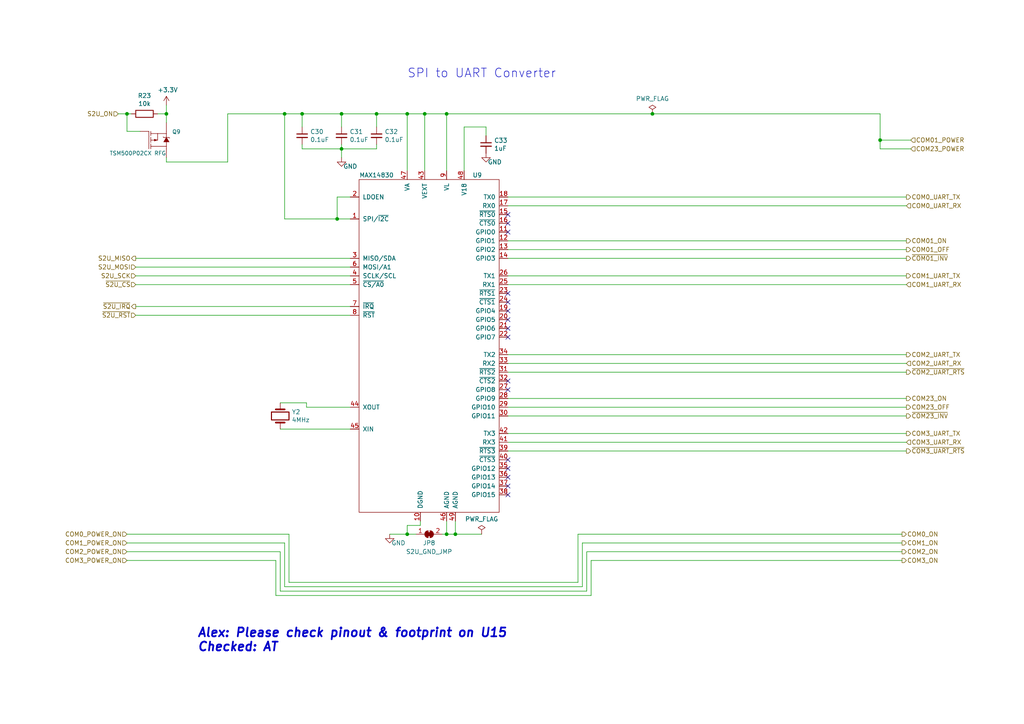
<source format=kicad_sch>
(kicad_sch (version 20230121) (generator eeschema)
  (paper "A4")
  (title_block (title "LCP Controller ") (date "2024-07-22") (rev "0.4") (company "NOAA Pacific Marine Environmental Laboratory") (comment 1 "https://github.com/PaulZC/Artemis_Global_Tracker") (comment 2 "Based on Paul Clark's Sparkfun Artemis Global Tracker") (comment 3 "Current Design Updated by: Joseph Kurina") (comment 4 "Current design by: Matt Casari") (comment 5 "Current design modified by: Basharat Martin") (comment 6 "Current Design Updated by: Joseph Kurina"))
  (lib_symbols
    (symbol "Device:C_Small" (pin_numbers hide) (pin_names (offset 0.254) hide)
      (property "Reference" "C" (at 0.254 1.778 0))
      (property "Value" "C_Small" (at 0.254 -2.032 0))
      (symbol "C_Small_0_1"
        (polyline (pts (xy -1.524 -0.508) (xy 1.524 -0.508)) (stroke (width 0.3302)))
        (polyline (pts (xy -1.524 0.508) (xy 1.524 0.508)) (stroke (width 0.3048)))
      )
      (symbol "C_Small_1_1"
        (pin passive line (at 0 2.54 270) (length 2.032) (name "~") (number "1"))
        (pin passive line (at 0 -2.54 90) (length 2.032) (name "~") (number "2"))
      )
    )
    (symbol "Device:Crystal" (pin_numbers hide) (pin_names (offset 1.016) hide)
      (property "Reference" "Y" (at 0 3.81 0))
      (property "Value" "Crystal" (at 0 -3.81 0))
      (symbol "Crystal_0_1"
        (rectangle (start -1.143 2.54) (end 1.143 -2.54) (stroke (width 0.3048)))
        (polyline (pts (xy -2.54 0) (xy -1.905 0)))
        (polyline (pts (xy -1.905 -1.27) (xy -1.905 1.27)) (stroke (width 0.508)))
        (polyline (pts (xy 1.905 -1.27) (xy 1.905 1.27)) (stroke (width 0.508)))
        (polyline (pts (xy 2.54 0) (xy 1.905 0)))
      )
      (symbol "Crystal_1_1"
        (pin passive line (at -3.81 0 0) (length 1.27) (name "1") (number "1"))
        (pin passive line (at 3.81 0 180) (length 1.27) (name "2") (number "2"))
      )
    )
    (symbol "Device:R" (pin_numbers hide) (pin_names (offset 0))
      (property "Reference" "R" (at 2.032 0 90))
      (property "Value" "R" (at 0 0 90))
      (symbol "R_0_1"
        (rectangle (start -1.016 -2.54) (end 1.016 2.54) (stroke (width 0.254)))
      )
      (symbol "R_1_1"
        (pin passive line (at 0 3.81 270) (length 1.27) (name "~") (number "1"))
        (pin passive line (at 0 -3.81 90) (length 1.27) (name "~") (number "2"))
      )
    )
    (symbol "Jumper:SolderJumper_2_Bridged" (pin_names (offset 0) hide)
      (property "Reference" "JP" (at 0 2.032 0))
      (property "Value" "SolderJumper_2_Bridged" (at 0 -2.54 0))
      (symbol "SolderJumper_2_Bridged_0_1"
        (rectangle (start -0.508 0.508) (end 0.508 -0.508) (fill (type outline)))
        (arc (start -0.254 1.016) (mid -1.2656 0) (end -0.254 -1.016))
        (arc (start -0.254 1.016) (mid -1.2656 0) (end -0.254 -1.016) (fill (type outline)))
        (polyline (pts (xy -0.254 1.016) (xy -0.254 -1.016)))
        (polyline (pts (xy 0.254 1.016) (xy 0.254 -1.016)))
        (arc (start 0.254 -1.016) (mid 1.2656 0) (end 0.254 1.016))
        (arc (start 0.254 -1.016) (mid 1.2656 0) (end 0.254 1.016) (fill (type outline)))
      )
      (symbol "SolderJumper_2_Bridged_1_1"
        (pin passive line (at -3.81 0 0) (length 2.54) (name "A") (number "1"))
        (pin passive line (at 3.81 0 180) (length 2.54) (name "B") (number "2"))
      )
    )
    (symbol "PMEL_DriverICs:MAX14830" (pin_names (offset 1.016))
      (property "Reference" "U" (at 15.24 49.53 0))
      (property "Value" "MAX14830" (at -15.24 49.53 0))
      (symbol "MAX14830_0_0"
        (pin input line (at -22.86 36.83 0) (length 2.54) (name "SPI/~{I2C}") (number "1"))
        (pin power_in line (at -2.54 -50.8 90) (length 2.54) (name "DGND") (number "10"))
        (pin bidirectional line (at 22.86 33.02 180) (length 2.54) (name "GPIO0") (number "11"))
        (pin bidirectional line (at 22.86 30.48 180) (length 2.54) (name "GPIO1") (number "12"))
        (pin bidirectional line (at 22.86 27.94 180) (length 2.54) (name "GPIO2") (number "13"))
        (pin bidirectional line (at 22.86 25.4 180) (length 2.54) (name "GPIO3") (number "14"))
        (pin bidirectional line (at 22.86 38.1 180) (length 2.54) (name "~{RTS0}") (number "15"))
        (pin bidirectional line (at 22.86 35.56 180) (length 2.54) (name "~{CTS0}") (number "16"))
        (pin input line (at 22.86 40.64 180) (length 2.54) (name "RX0") (number "17"))
        (pin output line (at 22.86 43.18 180) (length 2.54) (name "TX0") (number "18"))
        (pin bidirectional line (at 22.86 10.16 180) (length 2.54) (name "GPIO4") (number "19"))
        (pin input line (at -22.86 43.18 0) (length 2.54) (name "LDOEN") (number "2"))
        (pin bidirectional line (at 22.86 7.62 180) (length 2.54) (name "GPIO5") (number "20"))
        (pin bidirectional line (at 22.86 5.08 180) (length 2.54) (name "GPIO6") (number "21"))
        (pin bidirectional line (at 22.86 2.54 180) (length 2.54) (name "GPIO7") (number "22"))
        (pin bidirectional line (at 22.86 15.24 180) (length 2.54) (name "~{RTS1}") (number "23"))
        (pin bidirectional line (at 22.86 12.7 180) (length 2.54) (name "~{CTS1}") (number "24"))
        (pin input line (at 22.86 17.78 180) (length 2.54) (name "RX1") (number "25"))
        (pin output line (at 22.86 20.32 180) (length 2.54) (name "TX1") (number "26"))
        (pin bidirectional line (at 22.86 -12.7 180) (length 2.54) (name "GPIO8") (number "27"))
        (pin bidirectional line (at 22.86 -15.24 180) (length 2.54) (name "GPIO9") (number "28"))
        (pin bidirectional line (at 22.86 -17.78 180) (length 2.54) (name "GPIO10") (number "29"))
        (pin bidirectional line (at -22.86 25.4 0) (length 2.54) (name "MISO/SDA") (number "3"))
        (pin bidirectional line (at 22.86 -20.32 180) (length 2.54) (name "GPIO11") (number "30"))
        (pin bidirectional line (at 22.86 -7.62 180) (length 2.54) (name "~{RTS2}") (number "31"))
        (pin bidirectional line (at 22.86 -10.16 180) (length 2.54) (name "~{CTS2}") (number "32"))
        (pin input line (at 22.86 -5.08 180) (length 2.54) (name "RX2") (number "33"))
        (pin output line (at 22.86 -2.54 180) (length 2.54) (name "TX2") (number "34"))
        (pin bidirectional line (at 22.86 -35.56 180) (length 2.54) (name "GPIO12") (number "35"))
        (pin bidirectional line (at 22.86 -38.1 180) (length 2.54) (name "GPIO13") (number "36"))
        (pin bidirectional line (at 22.86 -40.64 180) (length 2.54) (name "GPIO14") (number "37"))
        (pin bidirectional line (at 22.86 -43.18 180) (length 2.54) (name "GPIO15") (number "38"))
        (pin bidirectional line (at 22.86 -30.48 180) (length 2.54) (name "~{RTS3}") (number "39"))
        (pin input line (at -22.86 20.32 0) (length 2.54) (name "SCLK/SCL") (number "4"))
        (pin bidirectional line (at 22.86 -33.02 180) (length 2.54) (name "~{CTS3}") (number "40"))
        (pin input line (at 22.86 -27.94 180) (length 2.54) (name "RX3") (number "41"))
        (pin output line (at 22.86 -25.4 180) (length 2.54) (name "TX3") (number "42"))
        (pin power_in line (at -1.27 50.8 270) (length 2.54) (name "VEXT") (number "43"))
        (pin output line (at -22.86 -17.78 0) (length 2.54) (name "XOUT") (number "44"))
        (pin input line (at -22.86 -24.13 0) (length 2.54) (name "XIN") (number "45"))
        (pin power_in line (at 5.08 -50.8 90) (length 2.54) (name "AGND") (number "46"))
        (pin power_in line (at -6.35 50.8 270) (length 2.54) (name "VA") (number "47"))
        (pin power_out line (at 10.16 50.8 270) (length 2.54) (name "V18") (number "48"))
        (pin power_in line (at 7.62 -50.8 90) (length 2.54) (name "AGND") (number "49"))
        (pin input line (at -22.86 17.78 0) (length 2.54) (name "~{CS/A0}") (number "5"))
        (pin input line (at -22.86 22.86 0) (length 2.54) (name "MOSI/A1") (number "6"))
        (pin output line (at -22.86 11.43 0) (length 2.54) (name "~{IRQ}") (number "7"))
        (pin input line (at -22.86 8.89 0) (length 2.54) (name "~{RST}") (number "8"))
        (pin power_in line (at 5.08 50.8 270) (length 2.54) (name "VL") (number "9"))
      )
      (symbol "MAX14830_0_1"
        (rectangle (start -20.32 48.26) (end 20.32 -48.26))
      )
    )
    (symbol "SparkFun-DiscreteSemi:MOSFET_PCH-DMG2307L" (pin_numbers hide) (pin_names (offset 1.016) hide)
      (property "Reference" "Q" (at 3.81 3.81 0))
      (property "Value" "MOSFET_PCH-DMG2307L" (at 3.81 -5.08 0))
      (property "Field4" "TRANS-11308" (at 0 7.62 0))
      (symbol "MOSFET_PCH-DMG2307L_1_0"
        (polyline (pts (xy -2.54 -2.54) (xy -2.54 2.54)))
        (polyline (pts (xy -1.9812 -1.905) (xy -1.9812 -2.54)))
        (polyline (pts (xy -1.9812 -1.905) (xy 0 -1.905)))
        (polyline (pts (xy -1.9812 -1.2954) (xy -1.9812 -1.905)))
        (polyline (pts (xy -1.9812 0) (xy -1.9812 -0.8382)))
        (polyline (pts (xy -1.9812 0.6858) (xy -1.9812 0)))
        (polyline (pts (xy -1.9812 1.8034) (xy -1.9812 1.0922)))
        (polyline (pts (xy -1.9812 1.8034) (xy 2.54 1.8034)))
        (polyline (pts (xy -1.9812 2.54) (xy -1.9812 1.8034)))
        (polyline (pts (xy 0 -1.905) (xy 0 0)))
        (polyline (pts (xy 0 0) (xy -1.9812 0)))
        (polyline (pts (xy 1.778 -0.762) (xy 1.6002 -0.9398)))
        (polyline (pts (xy 1.778 -0.762) (xy 3.302 -0.762)))
        (polyline (pts (xy 2.54 -2.54) (xy 2.54 -1.905)))
        (polyline (pts (xy 2.54 -1.905) (xy 0 -1.905)))
        (polyline (pts (xy 2.54 -1.905) (xy 2.54 -0.7874)))
        (polyline (pts (xy 2.54 1.8034) (xy 2.54 0.5842)))
        (polyline (pts (xy 2.54 2.54) (xy 2.54 1.8034)))
        (polyline (pts (xy 3.4798 -0.5842) (xy 3.302 -0.762)))
      )
      (symbol "MOSFET_PCH-DMG2307L_1_1"
        (polyline (pts (xy -0.1778 0) (xy -0.9398 -0.254) (xy -0.9398 -0.254) (xy -0.9398 0.254) (xy -0.9398 0.254) (xy -0.1778 0)) (fill (type outline)))
        (polyline (pts (xy 3.302 0.508) (xy 2.54 -0.762) (xy 2.54 -0.762) (xy 1.778 0.508) (xy 1.778 0.508) (xy 3.302 0.508)) (fill (type outline)))
        (pin bidirectional line (at -5.08 -2.54 0) (length 2.54) (name "G") (number "1"))
        (pin bidirectional line (at 2.54 -5.08 90) (length 2.54) (name "S") (number "2"))
        (pin bidirectional line (at 2.54 5.08 270) (length 2.54) (name "D") (number "3"))
      )
    )
    (symbol "power:+3.3V" (power) (pin_names (offset 0))
      (property "Value" "+3.3V" (at 0 3.556 0))
      (symbol "+3.3V_0_1"
        (polyline (pts (xy -0.762 1.27) (xy 0 2.54)))
        (polyline (pts (xy 0 0) (xy 0 2.54)))
        (polyline (pts (xy 0 2.54) (xy 0.762 1.27)))
      )
      (symbol "+3.3V_1_1"
        (pin power_in line (at 0 0 90) (length 0) hide (name "+3.3V") (number "1"))
      )
    )
    (symbol "power:GND" (power) (pin_names (offset 0))
      (property "Value" "GND" (at 0 -3.81 0))
      (symbol "GND_0_1"
        (polyline (pts (xy 0 0) (xy 0 -1.27) (xy 1.27 -1.27) (xy 0 -2.54) (xy -1.27 -1.27) (xy 0 -1.27)))
      )
      (symbol "GND_1_1"
        (pin power_in line (at 0 0 270) (length 0) hide (name "GND") (number "1"))
      )
    )
    (symbol "power:PWR_FLAG" (power) (pin_numbers hide) (pin_names (offset 0) hide)
      (property "Value" "PWR_FLAG" (at 0 3.81 0))
      (symbol "PWR_FLAG_0_0"
        (pin power_out line (at 0 0 90) (length 0) (name "pwr") (number "1"))
      )
      (symbol "PWR_FLAG_0_1"
        (polyline (pts (xy 0 0) (xy 0 1.27) (xy -1.016 1.905) (xy 0 2.54) (xy 1.016 1.905) (xy 0 1.27)))
      )
    )
  )
  (junction (at 48.26 33.02))
  (junction (at 99.06 33.02))
  (junction (at 36.83 33.02))
  (junction (at 132.08 154.94))
  (junction (at 99.06 43.18))
  (junction (at 87.63 33.02))
  (junction (at 109.22 33.02))
  (junction (at 97.79 63.5))
  (junction (at 82.55 33.02))
  (junction (at 189.23 33.02))
  (junction (at 118.11 33.02))
  (junction (at 118.11 154.94))
  (junction (at 129.54 154.94))
  (junction (at 123.19 33.02))
  (junction (at 129.54 33.02))
  (junction (at 255.27 40.64))
  (no_connect (at 147.32 113.03))
  (no_connect (at 147.32 87.63))
  (no_connect (at 147.32 110.49))
  (no_connect (at 147.32 143.51))
  (no_connect (at 147.32 95.25))
  (no_connect (at 147.32 133.35))
  (no_connect (at 147.32 64.77))
  (no_connect (at 147.32 92.71))
  (no_connect (at 147.32 97.79))
  (no_connect (at 147.32 62.23))
  (no_connect (at 147.32 90.17))
  (no_connect (at 147.32 140.97))
  (no_connect (at 147.32 67.31))
  (no_connect (at 147.32 138.43))
  (no_connect (at 147.32 85.09))
  (no_connect (at 147.32 135.89))
  (wire (pts (xy 39.37 77.47) (xy 101.6 77.47)))
  (wire (pts (xy 88.9 118.11) (xy 101.6 118.11)))
  (wire (pts (xy 80.01 162.56) (xy 80.01 172.72)))
  (wire (pts (xy 171.45 172.72) (xy 171.45 162.56)))
  (wire (pts (xy 147.32 57.15) (xy 262.89 57.15)))
  (wire (pts (xy 255.27 43.18) (xy 264.16 43.18)))
  (wire (pts (xy 101.6 57.15) (xy 97.79 57.15)))
  (wire (pts (xy 121.92 151.13) (xy 121.92 152.4)))
  (wire (pts (xy 129.54 33.02) (xy 129.54 49.53)))
  (wire (pts (xy 147.32 130.81) (xy 262.89 130.81)))
  (wire (pts (xy 87.63 41.91) (xy 87.63 43.18)))
  (wire (pts (xy 129.54 33.02) (xy 189.23 33.02)))
  (wire (pts (xy 36.83 162.56) (xy 80.01 162.56)))
  (wire (pts (xy 101.6 63.5) (xy 97.79 63.5)))
  (wire (pts (xy 147.32 80.01) (xy 262.89 80.01)))
  (wire (pts (xy 167.64 168.91) (xy 167.64 154.94)))
  (wire (pts (xy 83.82 154.94) (xy 83.82 168.91)))
  (wire (pts (xy 118.11 152.4) (xy 118.11 154.94)))
  (wire (pts (xy 87.63 43.18) (xy 99.06 43.18)))
  (wire (pts (xy 132.08 154.94) (xy 132.08 151.13)))
  (wire (pts (xy 255.27 40.64) (xy 264.16 40.64)))
  (wire (pts (xy 134.62 49.53) (xy 134.62 36.83)))
  (wire (pts (xy 168.91 157.48) (xy 261.62 157.48)))
  (wire (pts (xy 123.19 49.53) (xy 123.19 33.02)))
  (wire (pts (xy 168.91 170.18) (xy 168.91 157.48)))
  (wire (pts (xy 123.19 33.02) (xy 129.54 33.02)))
  (wire (pts (xy 261.62 160.02) (xy 170.18 160.02)))
  (wire (pts (xy 147.32 107.95) (xy 262.89 107.95)))
  (wire (pts (xy 189.23 33.02) (xy 255.27 33.02)))
  (wire (pts (xy 109.22 41.91) (xy 109.22 43.18)))
  (wire (pts (xy 147.32 128.27) (xy 262.89 128.27)))
  (wire (pts (xy 170.18 171.45) (xy 81.28 171.45)))
  (wire (pts (xy 147.32 59.69) (xy 262.89 59.69)))
  (wire (pts (xy 147.32 74.93) (xy 262.89 74.93)))
  (wire (pts (xy 66.04 33.02) (xy 82.55 33.02)))
  (wire (pts (xy 147.32 125.73) (xy 262.89 125.73)))
  (wire (pts (xy 66.04 46.99) (xy 66.04 33.02)))
  (wire (pts (xy 82.55 63.5) (xy 82.55 33.02)))
  (wire (pts (xy 99.06 33.02) (xy 109.22 33.02)))
  (wire (pts (xy 81.28 116.84) (xy 88.9 116.84)))
  (wire (pts (xy 39.37 88.9) (xy 101.6 88.9)))
  (wire (pts (xy 167.64 154.94) (xy 261.62 154.94)))
  (wire (pts (xy 80.01 172.72) (xy 171.45 172.72)))
  (wire (pts (xy 147.32 69.85) (xy 262.89 69.85)))
  (wire (pts (xy 36.83 33.02) (xy 38.1 33.02)))
  (wire (pts (xy 36.83 38.1) (xy 36.83 33.02)))
  (wire (pts (xy 147.32 118.11) (xy 262.89 118.11)))
  (wire (pts (xy 99.06 43.18) (xy 99.06 41.91)))
  (wire (pts (xy 121.92 152.4) (xy 118.11 152.4)))
  (wire (pts (xy 48.26 46.99) (xy 48.26 45.72)))
  (wire (pts (xy 99.06 36.83) (xy 99.06 33.02)))
  (wire (pts (xy 97.79 57.15) (xy 97.79 63.5)))
  (wire (pts (xy 147.32 120.65) (xy 262.89 120.65)))
  (wire (pts (xy 87.63 33.02) (xy 99.06 33.02)))
  (wire (pts (xy 88.9 116.84) (xy 88.9 118.11)))
  (wire (pts (xy 128.27 154.94) (xy 129.54 154.94)))
  (wire (pts (xy 34.29 33.02) (xy 36.83 33.02)))
  (wire (pts (xy 45.72 33.02) (xy 48.26 33.02)))
  (wire (pts (xy 39.37 74.93) (xy 101.6 74.93)))
  (wire (pts (xy 113.03 154.94) (xy 118.11 154.94)))
  (wire (pts (xy 129.54 151.13) (xy 129.54 154.94)))
  (wire (pts (xy 134.62 36.83) (xy 140.97 36.83)))
  (wire (pts (xy 36.83 154.94) (xy 83.82 154.94)))
  (wire (pts (xy 36.83 157.48) (xy 82.55 157.48)))
  (wire (pts (xy 39.37 80.01) (xy 101.6 80.01)))
  (wire (pts (xy 83.82 168.91) (xy 167.64 168.91)))
  (wire (pts (xy 170.18 160.02) (xy 170.18 171.45)))
  (wire (pts (xy 147.32 72.39) (xy 262.89 72.39)))
  (wire (pts (xy 171.45 162.56) (xy 261.62 162.56)))
  (wire (pts (xy 81.28 160.02) (xy 36.83 160.02)))
  (wire (pts (xy 118.11 33.02) (xy 123.19 33.02)))
  (wire (pts (xy 118.11 49.53) (xy 118.11 33.02)))
  (wire (pts (xy 48.26 46.99) (xy 66.04 46.99)))
  (wire (pts (xy 147.32 82.55) (xy 262.89 82.55)))
  (wire (pts (xy 147.32 115.57) (xy 262.89 115.57)))
  (wire (pts (xy 82.55 157.48) (xy 82.55 170.18)))
  (wire (pts (xy 255.27 43.18) (xy 255.27 40.64)))
  (wire (pts (xy 97.79 63.5) (xy 82.55 63.5)))
  (wire (pts (xy 118.11 154.94) (xy 120.65 154.94)))
  (wire (pts (xy 48.26 30.48) (xy 48.26 33.02)))
  (wire (pts (xy 101.6 124.46) (xy 81.28 124.46)))
  (wire (pts (xy 109.22 36.83) (xy 109.22 33.02)))
  (wire (pts (xy 82.55 33.02) (xy 87.63 33.02)))
  (wire (pts (xy 129.54 154.94) (xy 132.08 154.94)))
  (wire (pts (xy 147.32 102.87) (xy 262.89 102.87)))
  (wire (pts (xy 99.06 43.18) (xy 99.06 45.72)))
  (wire (pts (xy 39.37 91.44) (xy 101.6 91.44)))
  (wire (pts (xy 82.55 170.18) (xy 168.91 170.18)))
  (wire (pts (xy 87.63 33.02) (xy 87.63 36.83)))
  (wire (pts (xy 132.08 154.94) (xy 139.7 154.94)))
  (wire (pts (xy 81.28 171.45) (xy 81.28 160.02)))
  (wire (pts (xy 48.26 33.02) (xy 48.26 35.56)))
  (wire (pts (xy 109.22 33.02) (xy 118.11 33.02)))
  (wire (pts (xy 140.97 36.83) (xy 140.97 39.37)))
  (wire (pts (xy 39.37 82.55) (xy 101.6 82.55)))
  (wire (pts (xy 109.22 43.18) (xy 99.06 43.18)))
  (wire (pts (xy 40.64 38.1) (xy 36.83 38.1)))
  (wire (pts (xy 147.32 105.41) (xy 262.89 105.41)))
  (wire (pts (xy 255.27 33.02) (xy 255.27 40.64)))
  (text "SPI to UART Converter" (at 118.11 22.86 0) (effects (font (size 2.54 2.54)) (justify left bottom)))
  (text "Alex: Please check pinout & footprint on U15\nChecked: AT" (at 57.15 189.23 0) (effects (font (size 2.54 2.54) (thickness 0.508) bold italic) (justify left bottom)))
  (hierarchical_label "COM23_POWER" (shape input) (at 264.16 43.18 0))
  (hierarchical_label "COM3_POWER_ON" (shape input) (at 36.83 162.56 180))
  (hierarchical_label "COM1_POWER_ON" (shape input) (at 36.83 157.48 180))
  (hierarchical_label "S2U_ON" (shape input) (at 34.29 33.02 180))
  (hierarchical_label "COM3_UART_RX" (shape input) (at 262.89 128.27 0))
  (hierarchical_label "COM1_UART_RX" (shape input) (at 262.89 82.55 0))
  (hierarchical_label "COM01_ON" (shape output) (at 262.89 69.85 0))
  (hierarchical_label "~{S2U_IRQ}" (shape output) (at 39.37 88.9 180))
  (hierarchical_label "COM1_UART_TX" (shape output) (at 262.89 80.01 0))
  (hierarchical_label "S2U_MOSI" (shape input) (at 39.37 77.47 180))
  (hierarchical_label "COM2_UART_RX" (shape input) (at 262.89 105.41 0))
  (hierarchical_label "~{S2U_RST}" (shape input) (at 39.37 91.44 180))
  (hierarchical_label "S2U_MISO" (shape output) (at 39.37 74.93 180))
  (hierarchical_label "COM23_ON" (shape output) (at 262.89 115.57 0))
  (hierarchical_label "~{COM23_INV}" (shape output) (at 262.89 120.65 0))
  (hierarchical_label "COM2_UART_TX" (shape output) (at 262.89 102.87 0))
  (hierarchical_label "COM01_POWER" (shape input) (at 264.16 40.64 0))
  (hierarchical_label "~{S2U_CS}" (shape input) (at 39.37 82.55 180))
  (hierarchical_label "COM01_OFF" (shape output) (at 262.89 72.39 0))
  (hierarchical_label "COM2_POWER_ON" (shape input) (at 36.83 160.02 180))
  (hierarchical_label "COM2_ON" (shape output) (at 261.62 160.02 0))
  (hierarchical_label "S2U_SCK" (shape input) (at 39.37 80.01 180))
  (hierarchical_label "~{COM01_INV}" (shape output) (at 262.89 74.93 0))
  (hierarchical_label "COM0_POWER_ON" (shape input) (at 36.83 154.94 180))
  (hierarchical_label "COM3_ON" (shape output) (at 261.62 162.56 0))
  (hierarchical_label "COM0_ON" (shape output) (at 261.62 154.94 0))
  (hierarchical_label "COM1_ON" (shape output) (at 261.62 157.48 0))
  (hierarchical_label "COM23_OFF" (shape output) (at 262.89 118.11 0))
  (hierarchical_label "COM3_UART_TX" (shape output) (at 262.89 125.73 0))
  (hierarchical_label "COM0_UART_TX" (shape output) (at 262.89 57.15 0))
  (hierarchical_label "~{COM2_UART_RTS}" (shape output) (at 262.89 107.95 0))
  (hierarchical_label "COM0_UART_RX" (shape input) (at 262.89 59.69 0))
  (hierarchical_label "~{COM3_UART_RTS}" (shape output) (at 262.89 130.81 0))
  (symbol (lib_id "PMEL_DriverICs:MAX14830") (at 124.46 100.33 0) (unit 1)
    (property "Reference" "U9" (at 138.43 50.8 0))
    (property "Value" "MAX14830" (at 109.22 50.8 0))
    (property "Footprint" "Package_DFN_QFN:QFN-48-1EP_7x7mm_P0.5mm_EP5.15x5.15mm" (effects hide))
    (property "Datasheet" "https://datasheets.maximintegrated.com/en/ds/MAX14830.pdf" (effects hide))
    (property "MPN" "MAX14830ETM+T" (effects hide))
  )
  (symbol (lib_id "power:GND") (at 113.03 154.94 0) (unit 1)
    (property "Reference" "#PWR080" (effects hide))
    (property "Value" "GND" (at 115.57 157.48 0))
  )
  (symbol (lib_id "Device:C_Small") (at 87.63 39.37 0) (unit 1)
    (property "Reference" "C30" (at 89.9668 38.2016 0) (effects (justify left)))
    (property "Value" "0.1uF" (at 89.9668 40.513 0) (effects (justify left)))
    (property "Footprint" "Capacitor_SMD:C_0805_2012Metric" (effects hide))
    (property "MPN" "885012207016" (effects hide))
  )
  (symbol (lib_id "Device:C_Small") (at 99.06 39.37 0) (unit 1)
    (property "Reference" "C31" (at 101.3968 38.2016 0) (effects (justify left)))
    (property "Value" "0.1uF" (at 101.3968 40.513 0) (effects (justify left)))
    (property "Footprint" "Capacitor_SMD:C_0805_2012Metric" (effects hide))
    (property "MPN" "885012207016" (effects hide))
  )
  (symbol (lib_id "Device:C_Small") (at 140.97 41.91 0) (unit 1)
    (property "Reference" "C33" (at 143.3068 40.7416 0) (effects (justify left)))
    (property "Value" "1uF" (at 143.3068 43.053 0) (effects (justify left)))
    (property "Footprint" "Capacitor_SMD:C_0805_2012Metric" (effects hide))
    (property "MPN" "CL21B105KOFNNNG" (effects hide))
  )
  (symbol (lib_id "Device:C_Small") (at 109.22 39.37 0) (unit 1)
    (property "Reference" "C32" (at 111.5568 38.2016 0) (effects (justify left)))
    (property "Value" "0.1uF" (at 111.5568 40.513 0) (effects (justify left)))
    (property "Footprint" "Capacitor_SMD:C_0805_2012Metric" (effects hide))
    (property "MPN" "885012207016" (effects hide))
  )
  (symbol (lib_id "power:GND") (at 99.06 45.72 0) (unit 1)
    (property "Reference" "#PWR075" (effects hide))
    (property "Value" "GND" (at 101.6 48.26 0))
  )
  (symbol (lib_id "power:GND") (at 140.97 44.45 0) (unit 1)
    (property "Reference" "#PWR074" (effects hide))
    (property "Value" "GND" (at 143.51 46.99 0))
  )
  (symbol (lib_id "Device:Crystal") (at 81.28 120.65 270) (unit 1)
    (property "Reference" "Y2" (at 84.6074 119.4816 90) (effects (justify left)))
    (property "Value" "4MHz" (at 84.6074 121.793 90) (effects (justify left)))
    (property "Footprint" "Crystal:Crystal_SMD_HC49-SD_HandSoldering" (effects hide))
    (property "MPN" "LFXTAL003071BULK" (effects hide))
  )
  (symbol (lib_id "Jumper:SolderJumper_2_Bridged") (at 124.46 154.94 0) (unit 1)
    (property "Reference" "JP8" (at 124.46 157.48 0))
    (property "Value" "S2U_GND_JMP" (at 124.46 160.02 0))
    (property "Footprint" "Jumper:SolderJumper-2_P1.3mm_Bridged2Bar_Pad1.0x1.5mm" (effects hide))
  )
  (symbol (lib_id "SparkFun-DiscreteSemi:MOSFET_PCH-DMG2307L") (at 45.72 40.64 0) (mirror x) (unit 1)
    (property "Reference" "Q9" (at 49.911 38.227 0) (effects (font (size 1.143 1.143)) (justify left)))
    (property "Value" "TSM500P02CX RFG " (at 31.75 44.45 0) (effects (font (size 1.143 1.143)) (justify left)))
    (property "Footprint" "Package_TO_SOT_SMD:SOT-23" (effects hide))
    (property "Datasheet" "https://www.mouser.com/datasheet/2/395/TSM500P02CX_B1811-1918968.pdf" (effects hide))
    (property "Field4" "TRANS-11308" (effects hide))
    (property "MPN" "TSM500P02CX RFG " (effects hide))
  )
  (symbol (lib_id "power:+3.3V") (at 48.26 30.48 0) (unit 1)
    (property "Reference" "#PWR071" (effects hide))
    (property "Value" "+3.3V" (at 48.641 26.0858 0))
  )
  (symbol (lib_id "Device:R") (at 41.91 33.02 270) (unit 1)
    (property "Reference" "R23" (at 41.91 27.7622 90))
    (property "Value" "10k" (at 41.91 30.0736 90))
    (property "Footprint" "Resistor_SMD:R_0805_2012Metric" (effects hide))
    (property "MPN" "ERA-6AEB103V" (effects hide))
  )
  (symbol (lib_id "power:PWR_FLAG") (at 189.23 33.02 0) (unit 1)
    (property "Reference" "#FLG09" (effects hide))
    (property "Value" "PWR_FLAG" (at 189.23 28.6258 0))
  )
  (symbol (lib_id "power:PWR_FLAG") (at 139.7 154.94 0) (unit 1)
    (property "Reference" "#FLG010" (effects hide))
    (property "Value" "PWR_FLAG" (at 139.7 150.5458 0))
  )
)
</source>
